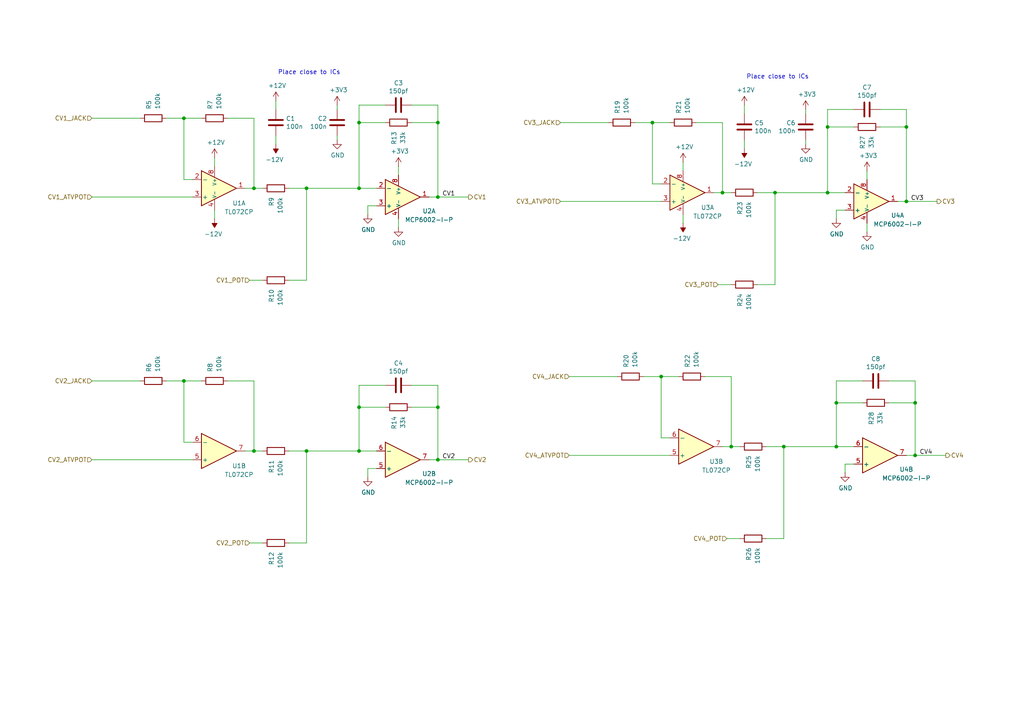
<source format=kicad_sch>
(kicad_sch (version 20231120) (generator "eeschema") (generator_version "8.0")
  (paper "A4")
  (title_block (title "Inputs") (date "2024-09-14") (rev "v0.1") (company "Sluisbrinkie"))
  (lib_symbols
    (symbol "Device:C" (pin_numbers hide) (pin_names (offset 0.254))
      (property "Reference" "C" (at 0.635 2.54 0))
      (property "Value" "C" (at 0.635 -2.54 0))
      (symbol "C_0_1"
        (polyline (pts (xy -2.032 -0.762) (xy 2.032 -0.762)) (stroke (width 0.508)))
        (polyline (pts (xy -2.032 0.762) (xy 2.032 0.762)) (stroke (width 0.508)))
      )
      (symbol "C_1_1"
        (pin passive line (at 0 3.81 270) (length 2.794) (name "~") (number "1"))
        (pin passive line (at 0 -3.81 90) (length 2.794) (name "~") (number "2"))
      )
    )
    (symbol "Device:R" (pin_numbers hide) (pin_names (offset 0))
      (property "Reference" "R" (at 2.032 0 90))
      (property "Value" "R" (at 0 0 90))
      (symbol "R_0_1"
        (rectangle (start -1.016 -2.54) (end 1.016 2.54) (stroke (width 0.254)))
      )
      (symbol "R_1_1"
        (pin passive line (at 0 3.81 270) (length 1.27) (name "~") (number "1"))
        (pin passive line (at 0 -3.81 90) (length 1.27) (name "~") (number "2"))
      )
    )
    (symbol "PCM_Amplifier_Operational_AKL:MCP6002-I-P" (pin_names (offset 0.2))
      (property "Reference" "U" (at 1.27 6.35 0))
      (property "Value" "MCP6002-I-P" (at 1.27 3.81 0))
      (symbol "MCP6002-I-P_0_1"
        (polyline (pts (xy -3.81 5.08) (xy -3.81 -5.08) (xy 6.35 0) (xy -3.81 5.08)) (stroke (width 0.254)) (fill (type background)))
      )
      (symbol "MCP6002-I-P_1_1"
        (pin output line (at 8.89 0 180) (length 2.54) (name "~") (number "1"))
        (pin input line (at -6.35 2.54 0) (length 2.54) (name "-") (number "2"))
        (pin input line (at -6.35 -2.54 0) (length 2.54) (name "+") (number "3"))
        (pin power_in line (at 0 -6.35 90) (length 3.18) (name "V-") (number "4"))
        (pin power_in line (at 0 6.35 270) (length 3.18) (name "V+") (number "8"))
      )
      (symbol "MCP6002-I-P_2_1"
        (pin input line (at -6.35 -2.54 0) (length 2.54) (name "+") (number "5"))
        (pin input line (at -6.35 2.54 0) (length 2.54) (name "-") (number "6"))
        (pin output line (at 8.89 0 180) (length 2.54) (name "~") (number "7"))
      )
    )
    (symbol "PCM_Amplifier_Operational_AKL:TL072CP" (pin_names (offset 0.2))
      (property "Reference" "U" (at 1.27 7.62 0))
      (property "Value" "TL072CP" (at 1.27 5.08 0))
      (symbol "TL072CP_0_1"
        (polyline (pts (xy -3.81 5.08) (xy -3.81 -5.08) (xy 6.35 0) (xy -3.81 5.08)) (stroke (width 0.254)) (fill (type background)))
      )
      (symbol "TL072CP_1_1"
        (pin output line (at 8.89 0 180) (length 2.54) (name "~") (number "1"))
        (pin input line (at -6.35 2.54 0) (length 2.54) (name "-") (number "2"))
        (pin input line (at -6.35 -2.54 0) (length 2.54) (name "+") (number "3"))
        (pin power_in line (at 0 -6.35 90) (length 3.18) (name "V-") (number "4"))
        (pin power_in line (at 0 6.35 270) (length 3.18) (name "V+") (number "8"))
      )
      (symbol "TL072CP_2_1"
        (pin input line (at -6.35 -2.54 0) (length 2.54) (name "+") (number "5"))
        (pin input line (at -6.35 2.54 0) (length 2.54) (name "-") (number "6"))
        (pin output line (at 8.89 0 180) (length 2.54) (name "~") (number "7"))
      )
    )
    (symbol "power:+12V" (power) (pin_numbers hide) (pin_names (offset 0) hide)
      (property "Value" "+12V" (at 0 3.556 0))
      (symbol "+12V_0_1"
        (polyline (pts (xy -0.762 1.27) (xy 0 2.54)))
        (polyline (pts (xy 0 0) (xy 0 2.54)))
        (polyline (pts (xy 0 2.54) (xy 0.762 1.27)))
      )
      (symbol "+12V_1_1"
        (pin power_in line (at 0 0 90) (length 0) (name "~") (number "1"))
      )
    )
    (symbol "power:+3V3" (power) (pin_numbers hide) (pin_names (offset 0) hide)
      (property "Value" "+3V3" (at 0 3.556 0))
      (symbol "+3V3_0_1"
        (polyline (pts (xy -0.762 1.27) (xy 0 2.54)))
        (polyline (pts (xy 0 0) (xy 0 2.54)))
        (polyline (pts (xy 0 2.54) (xy 0.762 1.27)))
      )
      (symbol "+3V3_1_1"
        (pin power_in line (at 0 0 90) (length 0) (name "~") (number "1"))
      )
    )
    (symbol "power:-12V" (power) (pin_numbers hide) (pin_names (offset 0) hide)
      (property "Value" "-12V" (at 0 3.556 0))
      (symbol "-12V_0_0"
        (pin power_in line (at 0 0 90) (length 0) (name "~") (number "1"))
      )
      (symbol "-12V_0_1"
        (polyline (pts (xy 0 0) (xy 0 1.27) (xy 0.762 1.27) (xy 0 2.54) (xy -0.762 1.27) (xy 0 1.27)) (fill (type outline)))
      )
    )
    (symbol "power:GND" (power) (pin_numbers hide) (pin_names (offset 0) hide)
      (property "Value" "GND" (at 0 -3.81 0))
      (symbol "GND_0_1"
        (polyline (pts (xy 0 0) (xy 0 -1.27) (xy 1.27 -1.27) (xy 0 -2.54) (xy -1.27 -1.27) (xy 0 -1.27)))
      )
      (symbol "GND_1_1"
        (pin power_in line (at 0 0 270) (length 0) (name "~") (number "1"))
      )
    )
  )
  (junction (at 265.43 132.08))
  (junction (at 127 35.56))
  (junction (at 88.9 54.61))
  (junction (at 191.77 109.22))
  (junction (at 73.66 54.61))
  (junction (at 127 57.15))
  (junction (at 242.57 116.84))
  (junction (at 53.34 110.49))
  (junction (at 189.23 35.56))
  (junction (at 240.03 36.83))
  (junction (at 104.14 35.56))
  (junction (at 127 118.11))
  (junction (at 127 133.35))
  (junction (at 209.55 55.88))
  (junction (at 242.57 129.54))
  (junction (at 224.79 55.88))
  (junction (at 262.89 58.42))
  (junction (at 262.89 36.83))
  (junction (at 212.09 129.54))
  (junction (at 88.9 130.81))
  (junction (at 265.43 116.84))
  (junction (at 104.14 118.11))
  (junction (at 73.66 130.81))
  (junction (at 53.34 34.29))
  (junction (at 240.03 55.88))
  (junction (at 104.14 54.61))
  (junction (at 227.33 129.54))
  (junction (at 104.14 130.81))
  (wire (pts (xy 251.46 64.77) (xy 251.46 67.31)))
  (wire (pts (xy 104.14 35.56) (xy 104.14 54.61)))
  (wire (pts (xy 119.38 111.76) (xy 127 111.76)))
  (wire (pts (xy 104.14 54.61) (xy 109.22 54.61)))
  (wire (pts (xy 260.35 58.42) (xy 262.89 58.42)))
  (wire (pts (xy 209.55 129.54) (xy 212.09 129.54)))
  (wire (pts (xy 250.19 110.49) (xy 242.57 110.49)))
  (wire (pts (xy 53.34 34.29) (xy 58.42 34.29)))
  (wire (pts (xy 53.34 52.07) (xy 53.34 34.29)))
  (wire (pts (xy 104.14 30.48) (xy 104.14 35.56)))
  (wire (pts (xy 66.04 34.29) (xy 73.66 34.29)))
  (wire (pts (xy 251.46 49.53) (xy 251.46 52.07)))
  (wire (pts (xy 257.81 110.49) (xy 265.43 110.49)))
  (wire (pts (xy 245.11 134.62) (xy 247.65 134.62)))
  (wire (pts (xy 71.12 130.81) (xy 73.66 130.81)))
  (wire (pts (xy 242.57 60.96) (xy 245.11 60.96)))
  (wire (pts (xy 233.68 33.02) (xy 233.68 31.75)))
  (wire (pts (xy 233.68 40.64) (xy 233.68 41.91)))
  (wire (pts (xy 165.1 132.08) (xy 194.31 132.08)))
  (wire (pts (xy 265.43 116.84) (xy 265.43 132.08)))
  (wire (pts (xy 204.47 109.22) (xy 212.09 109.22)))
  (wire (pts (xy 83.82 81.28) (xy 88.9 81.28)))
  (wire (pts (xy 201.93 35.56) (xy 209.55 35.56)))
  (wire (pts (xy 115.57 48.26) (xy 115.57 50.8)))
  (wire (pts (xy 88.9 130.81) (xy 104.14 130.81)))
  (wire (pts (xy 127 57.15) (xy 135.89 57.15)))
  (wire (pts (xy 55.88 128.27) (xy 53.34 128.27)))
  (wire (pts (xy 242.57 110.49) (xy 242.57 116.84)))
  (wire (pts (xy 262.89 36.83) (xy 262.89 58.42)))
  (wire (pts (xy 186.69 109.22) (xy 191.77 109.22)))
  (wire (pts (xy 26.67 34.29) (xy 40.64 34.29)))
  (wire (pts (xy 127 35.56) (xy 127 30.48)))
  (wire (pts (xy 198.12 46.99) (xy 198.12 49.53)))
  (wire (pts (xy 106.68 138.43) (xy 106.68 135.89)))
  (wire (pts (xy 80.01 39.37) (xy 80.01 41.91)))
  (wire (pts (xy 215.9 30.48) (xy 215.9 33.02)))
  (wire (pts (xy 62.23 60.96) (xy 62.23 63.5)))
  (wire (pts (xy 224.79 55.88) (xy 240.03 55.88)))
  (wire (pts (xy 71.12 54.61) (xy 73.66 54.61)))
  (wire (pts (xy 227.33 129.54) (xy 242.57 129.54)))
  (wire (pts (xy 165.1 109.22) (xy 179.07 109.22)))
  (wire (pts (xy 88.9 81.28) (xy 88.9 54.61)))
  (wire (pts (xy 106.68 62.23) (xy 106.68 59.69)))
  (wire (pts (xy 80.01 29.21) (xy 80.01 31.75)))
  (wire (pts (xy 224.79 82.55) (xy 224.79 55.88)))
  (wire (pts (xy 191.77 127) (xy 191.77 109.22)))
  (wire (pts (xy 219.71 82.55) (xy 224.79 82.55)))
  (wire (pts (xy 242.57 63.5) (xy 242.57 60.96)))
  (wire (pts (xy 124.46 133.35) (xy 127 133.35)))
  (wire (pts (xy 62.23 45.72) (xy 62.23 48.26)))
  (wire (pts (xy 207.01 55.88) (xy 209.55 55.88)))
  (wire (pts (xy 55.88 52.07) (xy 53.34 52.07)))
  (wire (pts (xy 88.9 54.61) (xy 104.14 54.61)))
  (wire (pts (xy 111.76 30.48) (xy 104.14 30.48)))
  (wire (pts (xy 97.79 31.75) (xy 97.79 30.48)))
  (wire (pts (xy 104.14 118.11) (xy 104.14 130.81)))
  (wire (pts (xy 247.65 31.75) (xy 240.03 31.75)))
  (wire (pts (xy 106.68 59.69) (xy 109.22 59.69)))
  (wire (pts (xy 115.57 63.5) (xy 115.57 66.04)))
  (wire (pts (xy 255.27 31.75) (xy 262.89 31.75)))
  (wire (pts (xy 72.39 81.28) (xy 76.2 81.28)))
  (wire (pts (xy 240.03 36.83) (xy 240.03 55.88)))
  (wire (pts (xy 194.31 127) (xy 191.77 127)))
  (wire (pts (xy 209.55 55.88) (xy 209.55 35.56)))
  (wire (pts (xy 210.82 156.21) (xy 214.63 156.21)))
  (wire (pts (xy 222.25 129.54) (xy 227.33 129.54)))
  (wire (pts (xy 191.77 53.34) (xy 189.23 53.34)))
  (wire (pts (xy 73.66 130.81) (xy 76.2 130.81)))
  (wire (pts (xy 104.14 111.76) (xy 104.14 118.11)))
  (wire (pts (xy 48.26 110.49) (xy 53.34 110.49)))
  (wire (pts (xy 127 35.56) (xy 127 57.15)))
  (wire (pts (xy 26.67 133.35) (xy 55.88 133.35)))
  (wire (pts (xy 53.34 110.49) (xy 58.42 110.49)))
  (wire (pts (xy 104.14 130.81) (xy 109.22 130.81)))
  (wire (pts (xy 240.03 55.88) (xy 245.11 55.88)))
  (wire (pts (xy 262.89 36.83) (xy 255.27 36.83)))
  (wire (pts (xy 162.56 58.42) (xy 191.77 58.42)))
  (wire (pts (xy 191.77 109.22) (xy 196.85 109.22)))
  (wire (pts (xy 184.15 35.56) (xy 189.23 35.56)))
  (wire (pts (xy 83.82 157.48) (xy 88.9 157.48)))
  (wire (pts (xy 66.04 110.49) (xy 73.66 110.49)))
  (wire (pts (xy 127 35.56) (xy 119.38 35.56)))
  (wire (pts (xy 198.12 62.23) (xy 198.12 64.77)))
  (wire (pts (xy 26.67 110.49) (xy 40.64 110.49)))
  (wire (pts (xy 83.82 54.61) (xy 88.9 54.61)))
  (wire (pts (xy 245.11 137.16) (xy 245.11 134.62)))
  (wire (pts (xy 208.28 82.55) (xy 212.09 82.55)))
  (wire (pts (xy 242.57 116.84) (xy 242.57 129.54)))
  (wire (pts (xy 73.66 130.81) (xy 73.66 110.49)))
  (wire (pts (xy 53.34 128.27) (xy 53.34 110.49)))
  (wire (pts (xy 162.56 35.56) (xy 176.53 35.56)))
  (wire (pts (xy 219.71 55.88) (xy 224.79 55.88)))
  (wire (pts (xy 262.89 36.83) (xy 262.89 31.75)))
  (wire (pts (xy 262.89 132.08) (xy 265.43 132.08)))
  (wire (pts (xy 227.33 156.21) (xy 227.33 129.54)))
  (wire (pts (xy 48.26 34.29) (xy 53.34 34.29)))
  (wire (pts (xy 83.82 130.81) (xy 88.9 130.81)))
  (wire (pts (xy 88.9 157.48) (xy 88.9 130.81)))
  (wire (pts (xy 127 133.35) (xy 135.89 133.35)))
  (wire (pts (xy 73.66 54.61) (xy 76.2 54.61)))
  (wire (pts (xy 127 118.11) (xy 127 111.76)))
  (wire (pts (xy 73.66 54.61) (xy 73.66 34.29)))
  (wire (pts (xy 265.43 132.08) (xy 274.32 132.08)))
  (wire (pts (xy 111.76 118.11) (xy 104.14 118.11)))
  (wire (pts (xy 127 118.11) (xy 119.38 118.11)))
  (wire (pts (xy 124.46 57.15) (xy 127 57.15)))
  (wire (pts (xy 262.89 58.42) (xy 271.78 58.42)))
  (wire (pts (xy 212.09 129.54) (xy 212.09 109.22)))
  (wire (pts (xy 265.43 116.84) (xy 265.43 110.49)))
  (wire (pts (xy 247.65 36.83) (xy 240.03 36.83)))
  (wire (pts (xy 26.67 57.15) (xy 55.88 57.15)))
  (wire (pts (xy 212.09 129.54) (xy 214.63 129.54)))
  (wire (pts (xy 240.03 31.75) (xy 240.03 36.83)))
  (wire (pts (xy 106.68 135.89) (xy 109.22 135.89)))
  (wire (pts (xy 215.9 40.64) (xy 215.9 43.18)))
  (wire (pts (xy 72.39 157.48) (xy 76.2 157.48)))
  (wire (pts (xy 265.43 116.84) (xy 257.81 116.84)))
  (wire (pts (xy 209.55 55.88) (xy 212.09 55.88)))
  (wire (pts (xy 189.23 35.56) (xy 194.31 35.56)))
  (wire (pts (xy 111.76 111.76) (xy 104.14 111.76)))
  (wire (pts (xy 97.79 39.37) (xy 97.79 40.64)))
  (wire (pts (xy 127 118.11) (xy 127 133.35)))
  (wire (pts (xy 250.19 116.84) (xy 242.57 116.84)))
  (wire (pts (xy 242.57 129.54) (xy 247.65 129.54)))
  (wire (pts (xy 119.38 30.48) (xy 127 30.48)))
  (wire (pts (xy 189.23 53.34) (xy 189.23 35.56)))
  (wire (pts (xy 111.76 35.56) (xy 104.14 35.56)))
  (wire (pts (xy 222.25 156.21) (xy 227.33 156.21)))
  (text "Place close to ICs\n" (at 89.662 21.082 0) (effects (font (size 1.27 1.27))))
  (text "Place close to ICs\n" (at 225.552 22.352 0) (effects (font (size 1.27 1.27))))
  (label "CV3" (at 264.16 58.42 0))
  (label "CV4" (at 266.7 132.08 0))
  (label "CV1" (at 128.27 57.15 0))
  (label "CV2" (at 128.27 133.35 0))
  (hierarchical_label "CV1_POT" (shape input) (at 72.39 81.28 180))
  (hierarchical_label "CV2_JACK" (shape input) (at 26.67 110.49 180))
  (hierarchical_label "CV3_ATVPOT" (shape input) (at 162.56 58.42 180))
  (hierarchical_label "CV4" (shape output) (at 274.32 132.08 0))
  (hierarchical_label "CV1_ATVPOT" (shape input) (at 26.67 57.15 180))
  (hierarchical_label "CV4_ATVPOT" (shape input) (at 165.1 132.08 180))
  (hierarchical_label "CV2_POT" (shape input) (at 72.39 157.48 180))
  (hierarchical_label "CV3" (shape output) (at 271.78 58.42 0))
  (hierarchical_label "CV3_POT" (shape input) (at 208.28 82.55 180))
  (hierarchical_label "CV3_JACK" (shape input) (at 162.56 35.56 180))
  (hierarchical_label "CV1" (shape output) (at 135.89 57.15 0))
  (hierarchical_label "CV2_ATVPOT" (shape input) (at 26.67 133.35 180))
  (hierarchical_label "CV1_JACK" (shape input) (at 26.67 34.29 180))
  (hierarchical_label "CV4_JACK" (shape input) (at 165.1 109.22 180))
  (hierarchical_label "CV2" (shape output) (at 135.89 133.35 0))
  (hierarchical_label "CV4_POT" (shape input) (at 210.82 156.21 180))
  (symbol (lib_id "power:+3V3") (at 251.46 49.53 0) (unit 1)
    (property "Reference" "#PWR047" (effects (hide yes)))
    (property "Value" "+3V3" (at 251.841 45.1358 0))
  )
  (symbol (lib_id "power:+12V") (at 62.23 45.72 0) (unit 1)
    (property "Reference" "#PWR027" (effects (hide yes)))
    (property "Value" "+12V" (at 62.611 41.3258 0))
  )
  (symbol (lib_id "power:+3V3") (at 233.68 31.75 0) (unit 1)
    (property "Reference" "#PWR043" (effects (hide yes)))
    (property "Value" "+3V3" (at 234.061 27.3558 0))
  )
  (symbol (lib_id "PCM_Amplifier_Operational_AKL:TL072CP") (at 200.66 129.54 0) (unit 2)
    (property "Reference" "U3" (at 207.772 133.858 0))
    (property "Value" "TL072CP" (at 207.772 136.398 0))
    (property "Footprint" "Package_DIP:CERDIP-8_W7.62mm_SideBrazed_LongPads_Socket" (effects (hide yes)))
    (property "Datasheet" "https://www.ti.com/lit/ds/symlink/tl072h.pdf?ts=1635057479364" (effects (hide yes)))
    (property "Description" "DIP-8 Dual JFET Low Noise Operational Amplifier, 10mV Offset, 8nV/√Hz Noise, 1MHz GBW, Alternate KiCAD Library" (effects (hide yes)))
  )
  (symbol (lib_id "PCM_Amplifier_Operational_AKL:TL072CP") (at 62.23 130.81 0) (unit 2)
    (property "Reference" "U1" (at 69.342 135.128 0))
    (property "Value" "TL072CP" (at 69.342 137.668 0))
    (property "Footprint" "Package_DIP:CERDIP-8_W7.62mm_SideBrazed_LongPads_Socket" (effects (hide yes)))
    (property "Datasheet" "https://www.ti.com/lit/ds/symlink/tl072h.pdf?ts=1635057479364" (effects (hide yes)))
    (property "Description" "DIP-8 Dual JFET Low Noise Operational Amplifier, 10mV Offset, 8nV/√Hz Noise, 1MHz GBW, Alternate KiCAD Library" (effects (hide yes)))
  )
  (symbol (lib_id "Device:R") (at 198.12 35.56 90) (unit 1)
    (property "Reference" "R21" (at 196.8499 33.02 0) (effects (justify left)))
    (property "Value" "100k" (at 199.3899 33.02 0) (effects (justify left)))
    (property "Footprint" "Resistor_THT:R_Axial_DIN0207_L6.3mm_D2.5mm_P7.62mm_Horizontal" (effects (hide yes)))
    (property "Description" "Resistor" (effects (hide yes)))
  )
  (symbol (lib_id "power:+12V") (at 198.12 46.99 0) (unit 1)
    (property "Reference" "#PWR039" (effects (hide yes)))
    (property "Value" "+12V" (at 198.501 42.5958 0))
  )
  (symbol (lib_id "Device:R") (at 182.88 109.22 90) (unit 1)
    (property "Reference" "R20" (at 181.6099 106.68 0) (effects (justify left)))
    (property "Value" "100k" (at 184.1499 106.68 0) (effects (justify left)))
    (property "Footprint" "Resistor_THT:R_Axial_DIN0207_L6.3mm_D2.5mm_P7.62mm_Horizontal" (effects (hide yes)))
    (property "Description" "Resistor" (effects (hide yes)))
  )
  (symbol (lib_id "PCM_Amplifier_Operational_AKL:TL072CP") (at 198.12 55.88 0) (unit 1)
    (property "Reference" "U3" (at 205.232 60.198 0))
    (property "Value" "TL072CP" (at 205.232 62.738 0))
    (property "Footprint" "Package_DIP:CERDIP-8_W7.62mm_SideBrazed_LongPads_Socket" (effects (hide yes)))
    (property "Datasheet" "https://www.ti.com/lit/ds/symlink/tl072h.pdf?ts=1635057479364" (effects (hide yes)))
    (property "Description" "DIP-8 Dual JFET Low Noise Operational Amplifier, 10mV Offset, 8nV/√Hz Noise, 1MHz GBW, Alternate KiCAD Library" (effects (hide yes)))
  )
  (symbol (lib_id "Device:R") (at 62.23 34.29 90) (unit 1)
    (property "Reference" "R7" (at 60.9599 31.75 0) (effects (justify left)))
    (property "Value" "100k" (at 63.4999 31.75 0) (effects (justify left)))
    (property "Footprint" "Resistor_THT:R_Axial_DIN0207_L6.3mm_D2.5mm_P7.62mm_Horizontal" (effects (hide yes)))
    (property "Description" "Resistor" (effects (hide yes)))
  )
  (symbol (lib_id "power:GND") (at 251.46 67.31 0) (unit 1)
    (property "Reference" "#PWR048" (effects (hide yes)))
    (property "Value" "GND" (at 251.587 71.7042 0))
  )
  (symbol (lib_id "power:+3V3") (at 97.79 30.48 0) (unit 1)
    (property "Reference" "#PWR031" (effects (hide yes)))
    (property "Value" "+3V3" (at 98.171 26.0858 0))
  )
  (symbol (lib_id "power:GND") (at 106.68 138.43 0) (unit 1)
    (property "Reference" "#PWR034" (effects (hide yes)))
    (property "Value" "GND" (at 106.807 142.8242 0))
  )
  (symbol (lib_id "power:-12V") (at 62.23 63.5 180) (unit 1)
    (property "Reference" "#PWR028" (effects (hide yes)))
    (property "Value" "-12V" (at 61.849 67.8942 0))
  )
  (symbol (lib_id "Device:C") (at 254 110.49 90) (unit 1)
    (property "Reference" "C8" (at 254 104.0892 90))
    (property "Value" "150pf" (at 254 106.4006 90))
    (property "Footprint" "Capacitor_THT:C_Disc_D3.4mm_W2.1mm_P2.50mm" (effects (hide yes)))
  )
  (symbol (lib_id "Device:R") (at 115.57 35.56 90) (mirror x) (unit 1)
    (property "Reference" "R13" (at 114.2999 38.1 0) (effects (justify left)))
    (property "Value" "33k" (at 116.8399 38.1 0) (effects (justify left)))
    (property "Footprint" "Resistor_THT:R_Axial_DIN0207_L6.3mm_D2.5mm_P7.62mm_Horizontal" (effects (hide yes)))
    (property "Description" "Resistor" (effects (hide yes)))
  )
  (symbol (lib_id "Device:R") (at 62.23 110.49 90) (unit 1)
    (property "Reference" "R8" (at 60.9599 107.95 0) (effects (justify left)))
    (property "Value" "100k" (at 63.4999 107.95 0) (effects (justify left)))
    (property "Footprint" "Resistor_THT:R_Axial_DIN0207_L6.3mm_D2.5mm_P7.62mm_Horizontal" (effects (hide yes)))
    (property "Description" "Resistor" (effects (hide yes)))
  )
  (symbol (lib_id "power:GND") (at 97.79 40.64 0) (unit 1)
    (property "Reference" "#PWR032" (effects (hide yes)))
    (property "Value" "GND" (at 97.917 45.0342 0))
  )
  (symbol (lib_id "PCM_Amplifier_Operational_AKL:MCP6002-I-P") (at 115.57 57.15 0) (unit 1)
    (property "Reference" "U2" (at 124.46 61.214 0))
    (property "Value" "MCP6002-I-P" (at 124.46 63.754 0))
    (property "Footprint" "Package_DIP:CERDIP-8_W7.62mm_SideBrazed_LongPads_Socket" (effects (hide yes)))
    (property "Datasheet" "https://www.tme.eu/Document/c98656c49a036767b89c9bb93e3dda4a/mcp6001_2_4.pdf" (effects (hide yes)))
    (property "Description" "DIP-8 Dual CMOS RRIO Operational Amplifier, 4.5mV Offset, 2μV/°C Drift, 1MHz GBW, Alternate KiCAD Library" (effects (hide yes)))
  )
  (symbol (lib_id "power:+12V") (at 215.9 30.48 0) (unit 1)
    (property "Reference" "#PWR041" (effects (hide yes)))
    (property "Value" "+12V" (at 216.281 26.0858 0))
  )
  (symbol (lib_id "Device:R") (at 200.66 109.22 90) (unit 1)
    (property "Reference" "R22" (at 199.3899 106.68 0) (effects (justify left)))
    (property "Value" "100k" (at 201.9299 106.68 0) (effects (justify left)))
    (property "Footprint" "Resistor_THT:R_Axial_DIN0207_L6.3mm_D2.5mm_P7.62mm_Horizontal" (effects (hide yes)))
    (property "Description" "Resistor" (effects (hide yes)))
  )
  (symbol (lib_id "Device:R") (at 80.01 130.81 90) (mirror x) (unit 1)
    (property "Reference" "R11" (at 78.7399 133.35 0) (effects (justify left)))
    (property "Value" "100k" (at 81.2799 133.35 0) (effects (justify left)))
    (property "Footprint" "Resistor_THT:R_Axial_DIN0207_L6.3mm_D2.5mm_P7.62mm_Horizontal" (effects (hide yes)))
    (property "Description" "Resistor" (effects (hide yes)))
  )
  (symbol (lib_id "Device:R") (at 80.01 157.48 90) (mirror x) (unit 1)
    (property "Reference" "R12" (at 78.7399 160.02 0) (effects (justify left)))
    (property "Value" "100k" (at 81.2799 160.02 0) (effects (justify left)))
    (property "Footprint" "Resistor_THT:R_Axial_DIN0207_L6.3mm_D2.5mm_P7.62mm_Horizontal" (effects (hide yes)))
    (property "Description" "Resistor" (effects (hide yes)))
  )
  (symbol (lib_id "Device:C") (at 80.01 35.56 0) (unit 1)
    (property "Reference" "C1" (at 82.931 34.3916 0) (effects (justify left)))
    (property "Value" "100n" (at 82.931 36.703 0) (effects (justify left)))
    (property "Footprint" "Capacitor_THT:C_Rect_L10.0mm_W4.0mm_P7.50mm_MKS4" (effects (hide yes)))
  )
  (symbol (lib_id "Device:R") (at 254 116.84 90) (mirror x) (unit 1)
    (property "Reference" "R28" (at 252.7299 119.38 0) (effects (justify left)))
    (property "Value" "33k" (at 255.2699 119.38 0) (effects (justify left)))
    (property "Footprint" "Resistor_THT:R_Axial_DIN0207_L6.3mm_D2.5mm_P7.62mm_Horizontal" (effects (hide yes)))
    (property "Description" "Resistor" (effects (hide yes)))
  )
  (symbol (lib_id "Device:R") (at 115.57 118.11 90) (mirror x) (unit 1)
    (property "Reference" "R14" (at 114.2999 120.65 0) (effects (justify left)))
    (property "Value" "33k" (at 116.8399 120.65 0) (effects (justify left)))
    (property "Footprint" "Resistor_THT:R_Axial_DIN0207_L6.3mm_D2.5mm_P7.62mm_Horizontal" (effects (hide yes)))
    (property "Description" "Resistor" (effects (hide yes)))
  )
  (symbol (lib_id "power:-12V") (at 215.9 43.18 180) (unit 1)
    (property "Reference" "#PWR042" (effects (hide yes)))
    (property "Value" "-12V" (at 215.519 47.5742 0))
  )
  (symbol (lib_id "power:-12V") (at 80.01 41.91 180) (unit 1)
    (property "Reference" "#PWR030" (effects (hide yes)))
    (property "Value" "-12V" (at 79.629 46.3042 0))
  )
  (symbol (lib_id "power:GND") (at 115.57 66.04 0) (unit 1)
    (property "Reference" "#PWR036" (effects (hide yes)))
    (property "Value" "GND" (at 115.697 70.4342 0))
  )
  (symbol (lib_id "Device:R") (at 218.44 129.54 90) (mirror x) (unit 1)
    (property "Reference" "R25" (at 217.1699 132.08 0) (effects (justify left)))
    (property "Value" "100k" (at 219.7099 132.08 0) (effects (justify left)))
    (property "Footprint" "Resistor_THT:R_Axial_DIN0207_L6.3mm_D2.5mm_P7.62mm_Horizontal" (effects (hide yes)))
    (property "Description" "Resistor" (effects (hide yes)))
  )
  (symbol (lib_id "power:-12V") (at 198.12 64.77 180) (unit 1)
    (property "Reference" "#PWR040" (effects (hide yes)))
    (property "Value" "-12V" (at 197.739 69.1642 0))
  )
  (symbol (lib_id "Device:R") (at 80.01 54.61 90) (mirror x) (unit 1)
    (property "Reference" "R9" (at 78.7399 57.15 0) (effects (justify left)))
    (property "Value" "100k" (at 81.2799 57.15 0) (effects (justify left)))
    (property "Footprint" "Resistor_THT:R_Axial_DIN0207_L6.3mm_D2.5mm_P7.62mm_Horizontal" (effects (hide yes)))
    (property "Description" "Resistor" (effects (hide yes)))
  )
  (symbol (lib_id "Device:R") (at 44.45 34.29 90) (unit 1)
    (property "Reference" "R5" (at 43.1799 31.75 0) (effects (justify left)))
    (property "Value" "100k" (at 45.7199 31.75 0) (effects (justify left)))
    (property "Footprint" "Resistor_THT:R_Axial_DIN0207_L6.3mm_D2.5mm_P7.62mm_Horizontal" (effects (hide yes)))
    (property "Description" "Resistor" (effects (hide yes)))
  )
  (symbol (lib_id "Device:R") (at 251.46 36.83 90) (mirror x) (unit 1)
    (property "Reference" "R27" (at 250.1899 39.37 0) (effects (justify left)))
    (property "Value" "33k" (at 252.7299 39.37 0) (effects (justify left)))
    (property "Footprint" "Resistor_THT:R_Axial_DIN0207_L6.3mm_D2.5mm_P7.62mm_Horizontal" (effects (hide yes)))
    (property "Description" "Resistor" (effects (hide yes)))
  )
  (symbol (lib_id "Device:R") (at 44.45 110.49 90) (unit 1)
    (property "Reference" "R6" (at 43.1799 107.95 0) (effects (justify left)))
    (property "Value" "100k" (at 45.7199 107.95 0) (effects (justify left)))
    (property "Footprint" "Resistor_THT:R_Axial_DIN0207_L6.3mm_D2.5mm_P7.62mm_Horizontal" (effects (hide yes)))
    (property "Description" "Resistor" (effects (hide yes)))
  )
  (symbol (lib_id "Device:C") (at 233.68 36.83 0) (mirror y) (unit 1)
    (property "Reference" "C6" (at 230.759 35.6616 0) (effects (justify left)))
    (property "Value" "100n" (at 230.759 37.973 0) (effects (justify left)))
    (property "Footprint" "Capacitor_THT:C_Rect_L10.0mm_W4.0mm_P7.50mm_MKS4" (effects (hide yes)))
  )
  (symbol (lib_id "power:GND") (at 233.68 41.91 0) (unit 1)
    (property "Reference" "#PWR044" (effects (hide yes)))
    (property "Value" "GND" (at 233.807 46.3042 0))
  )
  (symbol (lib_id "PCM_Amplifier_Operational_AKL:TL072CP") (at 62.23 54.61 0) (unit 1)
    (property "Reference" "U1" (at 69.342 58.928 0))
    (property "Value" "TL072CP" (at 69.342 61.468 0))
    (property "Footprint" "Package_DIP:CERDIP-8_W7.62mm_SideBrazed_LongPads_Socket" (effects (hide yes)))
    (property "Datasheet" "https://www.ti.com/lit/ds/symlink/tl072h.pdf?ts=1635057479364" (effects (hide yes)))
    (property "Description" "DIP-8 Dual JFET Low Noise Operational Amplifier, 10mV Offset, 8nV/√Hz Noise, 1MHz GBW, Alternate KiCAD Library" (effects (hide yes)))
  )
  (symbol (lib_id "Device:C") (at 115.57 30.48 90) (unit 1)
    (property "Reference" "C3" (at 115.57 24.0792 90))
    (property "Value" "150pf" (at 115.57 26.3906 90))
    (property "Footprint" "Capacitor_THT:C_Disc_D3.4mm_W2.1mm_P2.50mm" (effects (hide yes)))
  )
  (symbol (lib_id "Device:R") (at 215.9 82.55 90) (mirror x) (unit 1)
    (property "Reference" "R24" (at 214.6299 85.09 0) (effects (justify left)))
    (property "Value" "100k" (at 217.1699 85.09 0) (effects (justify left)))
    (property "Footprint" "Resistor_THT:R_Axial_DIN0207_L6.3mm_D2.5mm_P7.62mm_Horizontal" (effects (hide yes)))
    (property "Description" "Resistor" (effects (hide yes)))
  )
  (symbol (lib_id "Device:R") (at 180.34 35.56 90) (unit 1)
    (property "Reference" "R19" (at 179.0699 33.02 0) (effects (justify left)))
    (property "Value" "100k" (at 181.6099 33.02 0) (effects (justify left)))
    (property "Footprint" "Resistor_THT:R_Axial_DIN0207_L6.3mm_D2.5mm_P7.62mm_Horizontal" (effects (hide yes)))
    (property "Description" "Resistor" (effects (hide yes)))
  )
  (symbol (lib_id "power:+3V3") (at 115.57 48.26 0) (unit 1)
    (property "Reference" "#PWR035" (effects (hide yes)))
    (property "Value" "+3V3" (at 115.951 43.8658 0))
  )
  (symbol (lib_id "Device:R") (at 218.44 156.21 90) (mirror x) (unit 1)
    (property "Reference" "R26" (at 217.1699 158.75 0) (effects (justify left)))
    (property "Value" "100k" (at 219.7099 158.75 0) (effects (justify left)))
    (property "Footprint" "Resistor_THT:R_Axial_DIN0207_L6.3mm_D2.5mm_P7.62mm_Horizontal" (effects (hide yes)))
    (property "Description" "Resistor" (effects (hide yes)))
  )
  (symbol (lib_id "Device:C") (at 215.9 36.83 0) (unit 1)
    (property "Reference" "C5" (at 218.821 35.6616 0) (effects (justify left)))
    (property "Value" "100n" (at 218.821 37.973 0) (effects (justify left)))
    (property "Footprint" "Capacitor_THT:C_Rect_L10.0mm_W4.0mm_P7.50mm_MKS4" (effects (hide yes)))
  )
  (symbol (lib_id "power:+12V") (at 80.01 29.21 0) (unit 1)
    (property "Reference" "#PWR029" (effects (hide yes)))
    (property "Value" "+12V" (at 80.391 24.8158 0))
  )
  (symbol (lib_id "PCM_Amplifier_Operational_AKL:MCP6002-I-P") (at 251.46 58.42 0) (unit 1)
    (property "Reference" "U4" (at 260.35 62.484 0))
    (property "Value" "MCP6002-I-P" (at 260.35 65.024 0))
    (property "Footprint" "Package_DIP:CERDIP-8_W7.62mm_SideBrazed_LongPads_Socket" (effects (hide yes)))
    (property "Datasheet" "https://www.tme.eu/Document/c98656c49a036767b89c9bb93e3dda4a/mcp6001_2_4.pdf" (effects (hide yes)))
    (property "Description" "DIP-8 Dual CMOS RRIO Operational Amplifier, 4.5mV Offset, 2μV/°C Drift, 1MHz GBW, Alternate KiCAD Library" (effects (hide yes)))
  )
  (symbol (lib_id "Device:C") (at 97.79 35.56 0) (mirror y) (unit 1)
    (property "Reference" "C2" (at 94.869 34.3916 0) (effects (justify left)))
    (property "Value" "100n" (at 94.869 36.703 0) (effects (justify left)))
    (property "Footprint" "Capacitor_THT:C_Rect_L10.0mm_W4.0mm_P7.50mm_MKS4" (effects (hide yes)))
  )
  (symbol (lib_id "PCM_Amplifier_Operational_AKL:MCP6002-I-P") (at 115.57 133.35 0) (unit 2)
    (property "Reference" "U2" (at 124.46 137.414 0))
    (property "Value" "MCP6002-I-P" (at 124.46 139.954 0))
    (property "Footprint" "Package_DIP:CERDIP-8_W7.62mm_SideBrazed_LongPads_Socket" (effects (hide yes)))
    (property "Datasheet" "https://www.tme.eu/Document/c98656c49a036767b89c9bb93e3dda4a/mcp6001_2_4.pdf" (effects (hide yes)))
    (property "Description" "DIP-8 Dual CMOS RRIO Operational Amplifier, 4.5mV Offset, 2μV/°C Drift, 1MHz GBW, Alternate KiCAD Library" (effects (hide yes)))
  )
  (symbol (lib_id "Device:C") (at 251.46 31.75 90) (unit 1)
    (property "Reference" "C7" (at 251.46 25.3492 90))
    (property "Value" "150pf" (at 251.46 27.6606 90))
    (property "Footprint" "Capacitor_THT:C_Disc_D3.4mm_W2.1mm_P2.50mm" (effects (hide yes)))
  )
  (symbol (lib_id "power:GND") (at 106.68 62.23 0) (unit 1)
    (property "Reference" "#PWR033" (effects (hide yes)))
    (property "Value" "GND" (at 106.807 66.6242 0))
  )
  (symbol (lib_id "Device:R") (at 215.9 55.88 90) (mirror x) (unit 1)
    (property "Reference" "R23" (at 214.6299 58.42 0) (effects (justify left)))
    (property "Value" "100k" (at 217.1699 58.42 0) (effects (justify left)))
    (property "Footprint" "Resistor_THT:R_Axial_DIN0207_L6.3mm_D2.5mm_P7.62mm_Horizontal" (effects (hide yes)))
    (property "Description" "Resistor" (effects (hide yes)))
  )
  (symbol (lib_id "Device:C") (at 115.57 111.76 90) (unit 1)
    (property "Reference" "C4" (at 115.57 105.3592 90))
    (property "Value" "150pf" (at 115.57 107.6706 90))
    (property "Footprint" "Capacitor_THT:C_Disc_D3.4mm_W2.1mm_P2.50mm" (effects (hide yes)))
  )
  (symbol (lib_id "PCM_Amplifier_Operational_AKL:MCP6002-I-P") (at 254 132.08 0) (unit 2)
    (property "Reference" "U4" (at 262.89 136.144 0))
    (property "Value" "MCP6002-I-P" (at 262.89 138.684 0))
    (property "Footprint" "Package_DIP:CERDIP-8_W7.62mm_SideBrazed_LongPads_Socket" (effects (hide yes)))
    (property "Datasheet" "https://www.tme.eu/Document/c98656c49a036767b89c9bb93e3dda4a/mcp6001_2_4.pdf" (effects (hide yes)))
    (property "Description" "DIP-8 Dual CMOS RRIO Operational Amplifier, 4.5mV Offset, 2μV/°C Drift, 1MHz GBW, Alternate KiCAD Library" (effects (hide yes)))
  )
  (symbol (lib_id "power:GND") (at 242.57 63.5 0) (unit 1)
    (property "Reference" "#PWR045" (effects (hide yes)))
    (property "Value" "GND" (at 242.697 67.8942 0))
  )
  (symbol (lib_id "Device:R") (at 80.01 81.28 90) (mirror x) (unit 1)
    (property "Reference" "R10" (at 78.7399 83.82 0) (effects (justify left)))
    (property "Value" "100k" (at 81.2799 83.82 0) (effects (justify left)))
    (property "Footprint" "Resistor_THT:R_Axial_DIN0207_L6.3mm_D2.5mm_P7.62mm_Horizontal" (effects (hide yes)))
    (property "Description" "Resistor" (effects (hide yes)))
  )
  (symbol (lib_id "power:GND") (at 245.11 137.16 0) (unit 1)
    (property "Reference" "#PWR046" (effects (hide yes)))
    (property "Value" "GND" (at 245.237 141.5542 0))
  )
)
</source>
